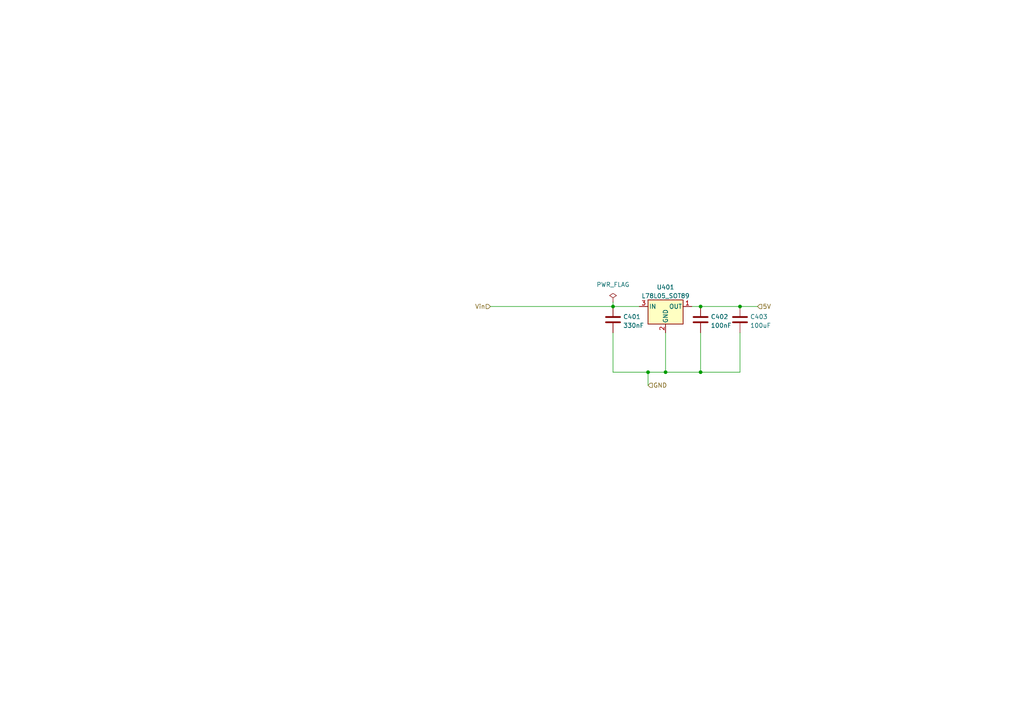
<source format=kicad_sch>
(kicad_sch (version 20230121) (generator eeschema)
  (paper "A4")
  (lib_symbols
    (symbol "Device:C" (pin_numbers hide) (pin_names (offset 0.254))
      (property "Reference" "C" (at 0.635 2.54 0))
      (property "Value" "C" (at 0.635 -2.54 0))
      (symbol "C_0_1"
        (polyline (pts (xy -2.032 -0.762) (xy 2.032 -0.762)) (stroke (width 0.508)))
        (polyline (pts (xy -2.032 0.762) (xy 2.032 0.762)) (stroke (width 0.508)))
      )
      (symbol "C_1_1"
        (pin passive line (at 0 3.81 270) (length 2.794) (name "~") (number "1"))
        (pin passive line (at 0 -3.81 90) (length 2.794) (name "~") (number "2"))
      )
    )
    (symbol "Regulator_Linear:L78L05_SOT89" (pin_names (offset 0.254))
      (property "Reference" "U" (at -3.81 3.175 0))
      (property "Value" "L78L05_SOT89" (at -0.635 3.175 0))
      (symbol "L78L05_SOT89_0_1"
        (rectangle (start -5.08 1.905) (end 5.08 -5.08) (stroke (width 0.254)) (fill (type background)))
      )
      (symbol "L78L05_SOT89_1_1"
        (pin power_out line (at 7.62 0 180) (length 2.54) (name "OUT") (number "1"))
        (pin power_in line (at 0 -7.62 90) (length 2.54) (name "GND") (number "2"))
        (pin power_in line (at -7.62 0 0) (length 2.54) (name "IN") (number "3"))
      )
    )
    (symbol "power:PWR_FLAG" (power) (pin_numbers hide) (pin_names (offset 0) hide)
      (property "Value" "PWR_FLAG" (at 0 3.81 0))
      (symbol "PWR_FLAG_0_0"
        (pin power_out line (at 0 0 90) (length 0) (name "pwr") (number "1"))
      )
      (symbol "PWR_FLAG_0_1"
        (polyline (pts (xy 0 0) (xy 0 1.27) (xy -1.016 1.905) (xy 0 2.54) (xy 1.016 1.905) (xy 0 1.27)))
      )
    )
  )
  (junction (at 203.2 88.9))
  (junction (at 214.63 88.9))
  (junction (at 193.04 107.95))
  (junction (at 177.8 88.9))
  (junction (at 203.2 107.95))
  (junction (at 187.96 107.95))
  (wire (pts (xy 177.8 88.9) (xy 185.42 88.9)))
  (wire (pts (xy 142.24 88.9) (xy 177.8 88.9)))
  (wire (pts (xy 203.2 96.52) (xy 203.2 107.95)))
  (wire (pts (xy 187.96 107.95) (xy 187.96 111.76)))
  (wire (pts (xy 187.96 107.95) (xy 193.04 107.95)))
  (wire (pts (xy 214.63 96.52) (xy 214.63 107.95)))
  (wire (pts (xy 214.63 88.9) (xy 219.71 88.9)))
  (wire (pts (xy 177.8 96.52) (xy 177.8 107.95)))
  (wire (pts (xy 177.8 87.63) (xy 177.8 88.9)))
  (wire (pts (xy 193.04 96.52) (xy 193.04 107.95)))
  (wire (pts (xy 203.2 107.95) (xy 214.63 107.95)))
  (wire (pts (xy 177.8 107.95) (xy 187.96 107.95)))
  (wire (pts (xy 200.66 88.9) (xy 203.2 88.9)))
  (wire (pts (xy 203.2 88.9) (xy 214.63 88.9)))
  (wire (pts (xy 193.04 107.95) (xy 203.2 107.95)))
  (hierarchical_label "GND" (shape input) (at 187.96 111.76 0))
  (hierarchical_label "Vin" (shape input) (at 142.24 88.9 180))
  (hierarchical_label "5V" (shape input) (at 219.71 88.9 0))
  (symbol (lib_id "power:PWR_FLAG") (at 177.8 87.63 0) (unit 1)
    (property "Reference" "#FLG0401" (effects hide))
    (property "Value" "PWR_FLAG" (at 177.8 82.55 0))
  )
  (symbol (lib_id "Device:C") (at 203.2 92.71 0) (unit 1)
    (property "Reference" "C402" (at 206.121 91.8753 0) (effects (justify left)))
    (property "Value" "100nF" (at 206.121 94.4122 0) (effects (justify left)))
    (property "Footprint" "Capacitor_SMD:C_0603_1608Metric_Pad1.08x0.95mm_HandSolder" (effects hide))
    (property "JLCPCB Part#" "C14663" (effects hide))
    (instances (project "XnetBlockUnit" (path "" (reference "C402") (unit 1))) (project "general_schematics" (path "" (reference "C31") (unit 1))))
  )
  (symbol (lib_id "Regulator_Linear:L78L05_SOT89") (at 193.04 88.9 0) (unit 1)
    (property "Reference" "U401" (at 193.04 83.2952 0))
    (property "Value" "L78L05_SOT89" (at 193.04 85.8321 0))
    (property "Footprint" "Package_TO_SOT_SMD:SOT-89-3" (effects hide))
    (property "Datasheet" "http://www.st.com/content/ccc/resource/technical/document/datasheet/15/55/e5/aa/23/5b/43/fd/CD00000446.pdf/files/CD00000446.pdf/jcr:content/translations/en.CD00000446.pdf" (effects hide))
    (property "JLCPCB Part#" "C71136" (effects hide))
    (instances (project "XnetBlockUnit" (path "" (reference "U401") (unit 1))) (project "general_schematics" (path "" (reference "U26") (unit 1))))
  )
  (symbol (lib_id "Device:C") (at 177.8 92.71 0) (unit 1)
    (property "Reference" "C401" (at 180.721 91.8753 0) (effects (justify left)))
    (property "Value" "330nF" (at 180.721 94.4122 0) (effects (justify left)))
    (property "Footprint" "Capacitor_SMD:C_0603_1608Metric_Pad1.08x0.95mm_HandSolder" (effects hide))
    (property "JLCPCB Part#" "C1615" (effects hide))
    (instances (project "XnetBlockUnit" (path "" (reference "C401") (unit 1))) (project "general_schematics" (path "" (reference "C30") (unit 1))))
  )
  (symbol (lib_id "Device:C") (at 214.63 92.71 0) (unit 1)
    (property "Reference" "C403" (at 217.551 91.8753 0) (effects (justify left)))
    (property "Value" "100uF" (at 217.551 94.4122 0) (effects (justify left)))
    (property "Footprint" "Capacitor_SMD:C_1206_3216Metric_Pad1.33x1.80mm_HandSolder" (effects hide))
    (property "JLCPCB Part#" "C15008" (effects hide))
    (instances (project "XnetBlockUnit" (path "" (reference "C403") (unit 1))) (project "general_schematics" (path "" (reference "C32") (unit 1))))
  )
)
</source>
